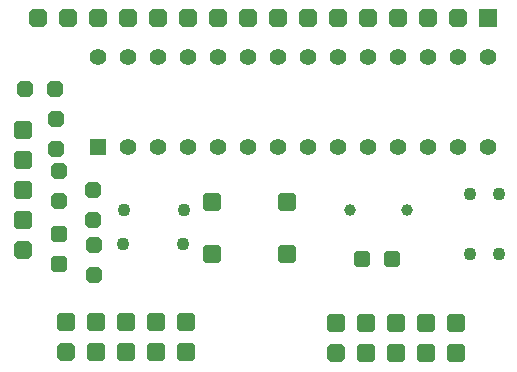
<source format=gbr>
G04*
G04 #@! TF.GenerationSoftware,Altium Limited,Altium Designer,21.6.4 (81)*
G04*
G04 Layer_Color=16711935*
%FSLAX44Y44*%
%MOMM*%
G71*
G04*
G04 #@! TF.SameCoordinates,7F9A9F05-399A-4D2C-B47D-499A60B7A3A6*
G04*
G04*
G04 #@! TF.FilePolarity,Negative*
G04*
G01*
G75*
G04:AMPARAMS|DCode=17|XSize=1.4mm|YSize=1.4mm|CornerRadius=0mm|HoleSize=0mm|Usage=FLASHONLY|Rotation=0.000|XOffset=0mm|YOffset=0mm|HoleType=Round|Shape=Octagon|*
%AMOCTAGOND17*
4,1,8,0.7000,-0.3500,0.7000,0.3500,0.3500,0.7000,-0.3500,0.7000,-0.7000,0.3500,-0.7000,-0.3500,-0.3500,-0.7000,0.3500,-0.7000,0.7000,-0.3500,0.0*
%
%ADD17OCTAGOND17*%

G04:AMPARAMS|DCode=18|XSize=1.6002mm|YSize=1.6002mm|CornerRadius=0mm|HoleSize=0mm|Usage=FLASHONLY|Rotation=180.000|XOffset=0mm|YOffset=0mm|HoleType=Round|Shape=Octagon|*
%AMOCTAGOND18*
4,1,8,-0.8001,0.4001,-0.8001,-0.4001,-0.4001,-0.8001,0.4001,-0.8001,0.8001,-0.4001,0.8001,0.4001,0.4001,0.8001,-0.4001,0.8001,-0.8001,0.4001,0.0*
%
%ADD18OCTAGOND18*%

%ADD19R,1.6002X1.6002*%
%ADD20C,1.4000*%
%ADD21C,1.1000*%
G04:AMPARAMS|DCode=22|XSize=1.6002mm|YSize=1.6002mm|CornerRadius=0.4001mm|HoleSize=0mm|Usage=FLASHONLY|Rotation=0.000|XOffset=0mm|YOffset=0mm|HoleType=Round|Shape=RoundedRectangle|*
%AMROUNDEDRECTD22*
21,1,1.6002,0.8001,0,0,0.0*
21,1,0.8001,1.6002,0,0,0.0*
1,1,0.8001,0.4001,-0.4001*
1,1,0.8001,-0.4001,-0.4001*
1,1,0.8001,-0.4001,0.4001*
1,1,0.8001,0.4001,0.4001*
%
%ADD22ROUNDEDRECTD22*%
G04:AMPARAMS|DCode=23|XSize=1.6mm|YSize=1.6mm|CornerRadius=0.4mm|HoleSize=0mm|Usage=FLASHONLY|Rotation=90.000|XOffset=0mm|YOffset=0mm|HoleType=Round|Shape=RoundedRectangle|*
%AMROUNDEDRECTD23*
21,1,1.6000,0.8000,0,0,90.0*
21,1,0.8000,1.6000,0,0,90.0*
1,1,0.8000,0.4000,0.4000*
1,1,0.8000,0.4000,-0.4000*
1,1,0.8000,-0.4000,-0.4000*
1,1,0.8000,-0.4000,0.4000*
%
%ADD23ROUNDEDRECTD23*%
G04:AMPARAMS|DCode=24|XSize=1.6002mm|YSize=1.6002mm|CornerRadius=0.4001mm|HoleSize=0mm|Usage=FLASHONLY|Rotation=90.000|XOffset=0mm|YOffset=0mm|HoleType=Round|Shape=RoundedRectangle|*
%AMROUNDEDRECTD24*
21,1,1.6002,0.8001,0,0,90.0*
21,1,0.8001,1.6002,0,0,90.0*
1,1,0.8001,0.4001,0.4001*
1,1,0.8001,0.4001,-0.4001*
1,1,0.8001,-0.4001,-0.4001*
1,1,0.8001,-0.4001,0.4001*
%
%ADD24ROUNDEDRECTD24*%
G04:AMPARAMS|DCode=25|XSize=1.4mm|YSize=1.4mm|CornerRadius=0mm|HoleSize=0mm|Usage=FLASHONLY|Rotation=270.000|XOffset=0mm|YOffset=0mm|HoleType=Round|Shape=Octagon|*
%AMOCTAGOND25*
4,1,8,-0.3500,-0.7000,0.3500,-0.7000,0.7000,-0.3500,0.7000,0.3500,0.3500,0.7000,-0.3500,0.7000,-0.7000,0.3500,-0.7000,-0.3500,-0.3500,-0.7000,0.0*
%
%ADD25OCTAGOND25*%

%ADD26C,1.0000*%
%ADD27R,1.4000X1.4000*%
G04:AMPARAMS|DCode=28|XSize=1.4mm|YSize=1.4mm|CornerRadius=0.35mm|HoleSize=0mm|Usage=FLASHONLY|Rotation=0.000|XOffset=0mm|YOffset=0mm|HoleType=Round|Shape=RoundedRectangle|*
%AMROUNDEDRECTD28*
21,1,1.4000,0.7000,0,0,0.0*
21,1,0.7000,1.4000,0,0,0.0*
1,1,0.7000,0.3500,-0.3500*
1,1,0.7000,-0.3500,-0.3500*
1,1,0.7000,-0.3500,0.3500*
1,1,0.7000,0.3500,0.3500*
%
%ADD28ROUNDEDRECTD28*%
G04:AMPARAMS|DCode=29|XSize=1.6002mm|YSize=1.6002mm|CornerRadius=0mm|HoleSize=0mm|Usage=FLASHONLY|Rotation=90.000|XOffset=0mm|YOffset=0mm|HoleType=Round|Shape=Octagon|*
%AMOCTAGOND29*
4,1,8,0.4001,0.8001,-0.4001,0.8001,-0.8001,0.4001,-0.8001,-0.4001,-0.4001,-0.8001,0.4001,-0.8001,0.8001,-0.4001,0.8001,0.4001,0.4001,0.8001,0.0*
%
%ADD29OCTAGOND29*%

G04:AMPARAMS|DCode=30|XSize=1.4mm|YSize=1.4mm|CornerRadius=0.35mm|HoleSize=0mm|Usage=FLASHONLY|Rotation=90.000|XOffset=0mm|YOffset=0mm|HoleType=Round|Shape=RoundedRectangle|*
%AMROUNDEDRECTD30*
21,1,1.4000,0.7000,0,0,90.0*
21,1,0.7000,1.4000,0,0,90.0*
1,1,0.7000,0.3500,0.3500*
1,1,0.7000,0.3500,-0.3500*
1,1,0.7000,-0.3500,-0.3500*
1,1,0.7000,-0.3500,0.3500*
%
%ADD30ROUNDEDRECTD30*%
D17*
X26881Y253099D02*
D03*
X1480D02*
D03*
D18*
X12700Y313623D02*
D03*
X38100D02*
D03*
X63500D02*
D03*
X88900D02*
D03*
X114300D02*
D03*
X139700D02*
D03*
X165100D02*
D03*
X190500D02*
D03*
X215900D02*
D03*
X241300D02*
D03*
X266700D02*
D03*
X292100D02*
D03*
X317500D02*
D03*
X342900D02*
D03*
X368300D02*
D03*
X36672Y30816D02*
D03*
X264510Y30097D02*
D03*
D19*
X393700Y313623D02*
D03*
D20*
X216100Y280420D02*
D03*
X241500Y204220D02*
D03*
X89100D02*
D03*
X114500D02*
D03*
X139900D02*
D03*
X165300D02*
D03*
X190700D02*
D03*
X216100D02*
D03*
X266900D02*
D03*
X292300D02*
D03*
X317700D02*
D03*
X343100D02*
D03*
X368500D02*
D03*
X393900D02*
D03*
Y280420D02*
D03*
X368500D02*
D03*
X343100D02*
D03*
X317700D02*
D03*
X292300D02*
D03*
X266900D02*
D03*
X241500D02*
D03*
X190700D02*
D03*
X165300D02*
D03*
X139900D02*
D03*
X114500D02*
D03*
X89100D02*
D03*
X63700D02*
D03*
D21*
X402590Y164287D02*
D03*
X378099Y164512D02*
D03*
X135467Y122374D02*
D03*
X85274Y150869D02*
D03*
X402590Y113487D02*
D03*
X378099Y113712D02*
D03*
X136074Y150869D02*
D03*
X84667Y122374D02*
D03*
D22*
X264510Y55497D02*
D03*
X36672Y56216D02*
D03*
X138272D02*
D03*
Y30816D02*
D03*
X112872Y56216D02*
D03*
Y30816D02*
D03*
X87472Y56216D02*
D03*
Y30816D02*
D03*
X62072Y56216D02*
D03*
Y30816D02*
D03*
X366110Y55497D02*
D03*
Y30097D02*
D03*
X340710Y55497D02*
D03*
Y30097D02*
D03*
X315310Y55497D02*
D03*
Y30097D02*
D03*
X289910Y55497D02*
D03*
Y30097D02*
D03*
D23*
X159620Y157937D02*
D03*
Y113487D02*
D03*
X223120Y157937D02*
D03*
Y113487D02*
D03*
D24*
X-210Y193244D02*
D03*
Y218644D02*
D03*
Y167844D02*
D03*
Y142444D02*
D03*
D25*
X28171Y202300D02*
D03*
Y227700D02*
D03*
X59204Y167844D02*
D03*
Y142444D02*
D03*
X30710Y184150D02*
D03*
Y158750D02*
D03*
X60159Y95736D02*
D03*
Y121136D02*
D03*
D26*
X325120Y151130D02*
D03*
X276860D02*
D03*
D27*
X63700Y204220D02*
D03*
D28*
X312420Y109220D02*
D03*
X287020D02*
D03*
D29*
X-210Y117044D02*
D03*
D30*
X30782Y105090D02*
D03*
Y130490D02*
D03*
M02*

</source>
